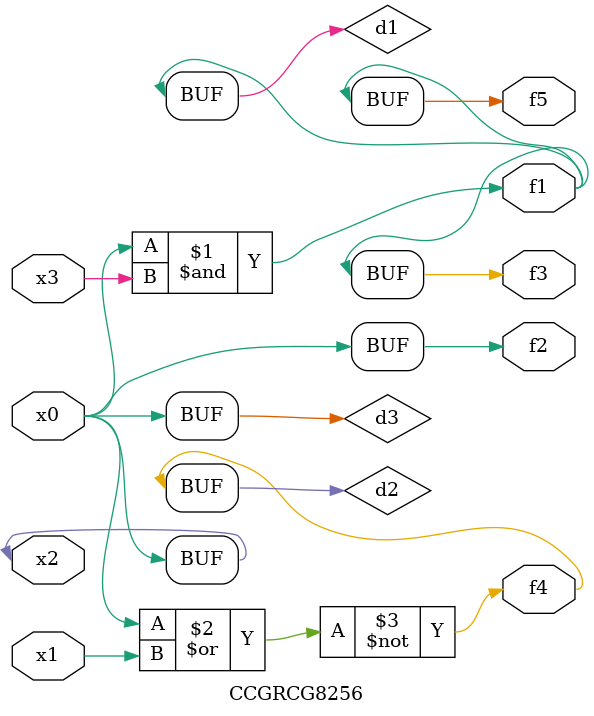
<source format=v>
module CCGRCG8256(
	input x0, x1, x2, x3,
	output f1, f2, f3, f4, f5
);

	wire d1, d2, d3;

	and (d1, x2, x3);
	nor (d2, x0, x1);
	buf (d3, x0, x2);
	assign f1 = d1;
	assign f2 = d3;
	assign f3 = d1;
	assign f4 = d2;
	assign f5 = d1;
endmodule

</source>
